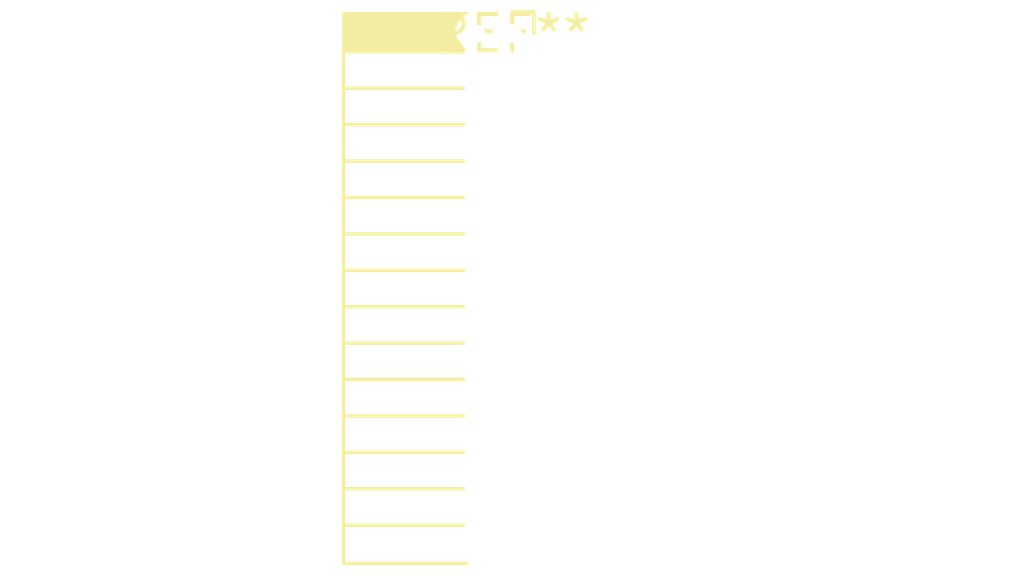
<source format=kicad_pcb>
(kicad_pcb (version 20240108) (generator pcbnew)
  (layers (0 "F.Cu" signal) (31 "B.Cu" signal) (34 "B.Paste" user) (35 "F.Paste" user) (36 "B.SilkS" user "B.Silkscreen") (37 "F.SilkS" user "F.Silkscreen") (38 "B.Mask" user) (39 "F.Mask" user) (44 "Edge.Cuts" user))
  (net 0 "")
  (footprint "PinSocket_2x15_P1.27mm_Horizontal" (layer "F.Cu") (at 0 0)
    (property "Reference" "REF**")
    (property "Value" "PinSocket_2x15_P1.27mm_Horizontal")
    (fp_line (start -5.88 -0.695) (end -5.88 18.475) (layer "F.SilkS") (stroke (width 0.12)))
    (fp_line (start -5.88 -0.695) (end -1.57753 -0.695) (layer "F.SilkS") (stroke (width 0.12)))
    (fp_line (start -5.88 -0.575) (end -1.766966 -0.575) (layer "F.SilkS") (stroke (width 0.12)))
    (fp_line (start -5.88 -0.465) (end -1.871145 -0.465) (layer "F.SilkS") (stroke (width 0.12)))
    (fp_line (start -5.88 -0.355) (end -1.941993 -0.355) (layer "F.SilkS") (stroke (width 0.12)))
    (fp_line (start -5.88 -0.245) (end -1.989427 -0.245) (layer "F.SilkS") (stroke (width 0.12)))
    (fp_line (start -5.88 -0.135) (end -2.017914 -0.135) (layer "F.SilkS") (stroke (width 0.12)))
    (fp_line (start -5.88 -0.025) (end -2.029589 -0.025) (layer "F.SilkS") (stroke (width 0.12)))
    (fp_line (start -5.88 0.085) (end -2.025232 0.085) (layer "F.SilkS") (stroke (width 0.12)))
    (fp_line (start -5.88 0.195) (end -2.004558 0.195) (layer "F.SilkS") (stroke (width 0.12)))
    (fp_line (start -5.88 0.305) (end -1.966114 0.305) (layer "F.SilkS") (stroke (width 0.12)))
    (fp_line (start -5.88 0.415) (end -1.906691 0.415) (layer "F.SilkS") (stroke (width 0.12)))
    (fp_line (start -5.88 0.525) (end -1.819523 0.525) (layer "F.SilkS") (stroke (width 0.12)))
    (fp_line (start -5.88 0.635) (end -1.687582 0.635) (layer "F.SilkS") (stroke (width 0.12)))
    (fp_line (start -5.88 1.905) (end -1.687582 1.905) (layer "F.SilkS") (stroke (width 0.12)))
    (fp_line (start -5.88 3.175) (end -1.687582 3.175) (layer "F.SilkS") (stroke (width 0.12)))
    (fp_line (start -5.88 4.445) (end -1.687582 4.445) (layer "F.SilkS") (stroke (width 0.12)))
    (fp_line (start -5.88 5.715) (end -1.687582 5.715) (layer "F.SilkS") (stroke (width 0.12)))
    (fp_line (start -5.88 6.985) (end -1.687582 6.985) (layer "F.SilkS") (stroke (width 0.12)))
    (fp_line (start -5.88 8.255) (end -1.687582 8.255) (layer "F.SilkS") (stroke (width 0.12)))
    (fp_line (start -5.88 9.525) (end -1.687582 9.525) (layer "F.SilkS") (stroke (width 0.12)))
    (fp_line (start -5.88 10.795) (end -1.687582 10.795) (layer "F.SilkS") (stroke (width 0.12)))
    (fp_line (start -5.88 12.065) (end -1.687582 12.065) (layer "F.SilkS") (stroke (width 0.12)))
    (fp_line (start -5.88 13.335) (end -1.687582 13.335) (layer "F.SilkS") (stroke (width 0.12)))
    (fp_line (start -5.88 14.605) (end -1.687582 14.605) (layer "F.SilkS") (stroke (width 0.12)))
    (fp_line (start -5.88 15.875) (end -1.687582 15.875) (layer "F.SilkS") (stroke (width 0.12)))
    (fp_line (start -5.88 17.145) (end -1.687582 17.145) (layer "F.SilkS") (stroke (width 0.12)))
    (fp_line (start -5.88 18.475) (end -1.57753 18.475) (layer "F.SilkS") (stroke (width 0.12)))
    (fp_line (start 0 -0.76) (end 0.76 -0.76) (layer "F.SilkS") (stroke (width 0.12)))
    (fp_line (start 0.76 -0.76) (end 0.76 0) (layer "F.SilkS") (stroke (width 0.12)))
    (pad "1" thru_hole rect (at 0 0) (size 1 1) (drill 0.65) (layers *.Cu *.Mask) (remove_unused_layers))
    (pad "2" thru_hole oval (at -1.27 0) (size 1 1) (drill 0.65) (layers *.Cu *.Mask) (remove_unused_layers))
    (pad "3" thru_hole oval (at 0 1.27) (size 1 1) (drill 0.65) (layers *.Cu *.Mask) (remove_unused_layers))
    (pad "4" thru_hole oval (at -1.27 1.27) (size 1 1) (drill 0.65) (layers *.Cu *.Mask) (remove_unused_layers))
    (pad "5" thru_hole oval (at 0 2.54) (size 1 1) (drill 0.65) (layers *.Cu *.Mask) (remove_unused_layers))
    (pad "6" thru_hole oval (at -1.27 2.54) (size 1 1) (drill 0.65) (layers *.Cu *.Mask) (remove_unused_layers))
    (pad "7" thru_hole oval (at 0 3.81) (size 1 1) (drill 0.65) (layers *.Cu *.Mask) (remove_unused_layers))
    (pad "8" thru_hole oval (at -1.27 3.81) (size 1 1) (drill 0.65) (layers *.Cu *.Mask) (remove_unused_layers))
    (pad "9" thru_hole oval (at 0 5.08) (size 1 1) (drill 0.65) (layers *.Cu *.Mask) (remove_unused_layers))
    (pad "10" thru_hole oval (at -1.27 5.08) (size 1 1) (drill 0.65) (layers *.Cu *.Mask) (remove_unused_layers))
    (pad "11" thru_hole oval (at 0 6.35) (size 1 1) (drill 0.65) (layers *.Cu *.Mask) (remove_unused_layers))
    (pad "12" thru_hole oval (at -1.27 6.35) (size 1 1) (drill 0.65) (layers *.Cu *.Mask) (remove_unused_layers))
    (pad "13" thru_hole oval (at 0 7.62) (size 1 1) (drill 0.65) (layers *.Cu *.Mask) (remove_unused_layers))
    (pad "14" thru_hole oval (at -1.27 7.62) (size 1 1) (drill 0.65) (layers *.Cu *.Mask) (remove_unused_layers))
    (pad "15" thru_hole oval (at 0 8.89) (size 1 1) (drill 0.65) (layers *.Cu *.Mask) (remove_unused_layers))
    (pad "16" thru_hole oval (at -1.27 8.89) (size 1 1) (drill 0.65) (layers *.Cu *.Mask) (remove_unused_layers))
    (pad "17" thru_hole oval (at 0 10.16) (size 1 1) (drill 0.65) (layers *.Cu *.Mask) (remove_unused_layers))
    (pad "18" thru_hole oval (at -1.27 10.16) (size 1 1) (drill 0.65) (layers *.Cu *.Mask) (remove_unused_layers))
    (pad "19" thru_hole oval (at 0 11.43) (size 1 1) (drill 0.65) (layers *.Cu *.Mask) (remove_unused_layers))
    (pad "20" thru_hole oval (at -1.27 11.43) (size 1 1) (drill 0.65) (layers *.Cu *.Mask) (remove_unused_layers))
    (pad "21" thru_hole oval (at 0 12.7) (size 1 1) (drill 0.65) (layers *.Cu *.Mask) (remove_unused_layers))
    (pad "22" thru_hole oval (at -1.27 12.7) (size 1 1) (drill 0.65) (layers *.Cu *.Mask) (remove_unused_layers))
    (pad "23" thru_hole oval (at 0 13.97) (size 1 1) (drill 0.65) (layers *.Cu *.Mask) (remove_unused_layers))
    (pad "24" thru_hole oval (at -1.27 13.97) (size 1 1) (drill 0.65) (layers *.Cu *.Mask) (remove_unused_layers))
    (pad "25" thru_hole oval (at 0 15.24) (size 1 1) (drill 0.65) (layers *.Cu *.Mask) (remove_unused_layers))
    (pad "26" thru_hole oval (at -1.27 15.24) (size 1 1) (drill 0.65) (layers *.Cu *.Mask) (remove_unused_layers))
    (pad "27" thru_hole oval (at 0 16.51) (size 1 1) (drill 0.65) (layers *.Cu *.Mask) (remove_unused_layers))
    (pad "28" thru_hole oval (at -1.27 16.51) (size 1 1) (drill 0.65) (layers *.Cu *.Mask) (remove_unused_layers))
    (pad "29" thru_hole oval (at 0 17.78) (size 1 1) (drill 0.65) (layers *.Cu *.Mask) (remove_unused_layers))
    (pad "30" thru_hole oval (at -1.27 17.78) (size 1 1) (drill 0.65) (layers *.Cu *.Mask) (remove_unused_layers))
  )
)
</source>
